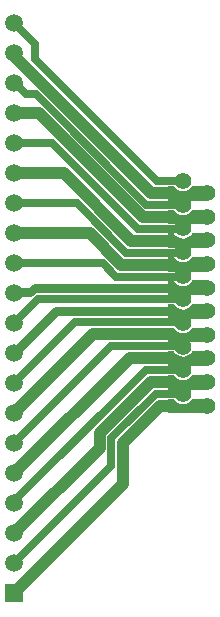
<source format=gbl>
G04*
G04 #@! TF.GenerationSoftware,Altium Limited,Altium Designer,20.1.7 (139)*
G04*
G04 Layer_Physical_Order=2*
G04 Layer_Color=16711680*
%FSLAX25Y25*%
%MOIN*%
G70*
G04*
G04 #@! TF.SameCoordinates,17503974-A5A2-4C32-8372-7ECB8DF3FFA4*
G04*
G04*
G04 #@! TF.FilePolarity,Positive*
G04*
G01*
G75*
%ADD21C,0.02756*%
%ADD22R,0.05906X0.05906*%
%ADD23C,0.05906*%
%ADD24C,0.05512*%
%ADD25C,0.03150*%
%ADD26C,0.03937*%
G36*
X35433Y-2953D02*
X22638Y-2953D01*
Y1969D01*
X24822D01*
X24877Y1836D01*
X25420Y1128D01*
X26127Y586D01*
X26951Y245D01*
X27835Y128D01*
X28719Y245D01*
X29542Y586D01*
X30249Y1128D01*
X30792Y1836D01*
X30847Y1969D01*
X35433D01*
Y-2953D01*
D02*
G37*
G36*
Y4921D02*
X22638Y4921D01*
Y9843D01*
X24822D01*
X24877Y9710D01*
X25420Y9003D01*
X26127Y8460D01*
X26951Y8119D01*
X27835Y8002D01*
X28719Y8119D01*
X29542Y8460D01*
X30249Y9003D01*
X30792Y9710D01*
X30847Y9843D01*
X35433D01*
Y4921D01*
D02*
G37*
G36*
Y12795D02*
X22638Y12795D01*
Y17717D01*
X24822D01*
X24877Y17584D01*
X25420Y16876D01*
X26127Y16334D01*
X26951Y15993D01*
X27835Y15876D01*
X28719Y15993D01*
X29542Y16334D01*
X30249Y16876D01*
X30792Y17584D01*
X30847Y17717D01*
X35433D01*
Y12795D01*
D02*
G37*
G36*
Y20669D02*
X22638Y20669D01*
Y25591D01*
X24822D01*
X24877Y25458D01*
X25420Y24751D01*
X26127Y24208D01*
X26951Y23867D01*
X27835Y23750D01*
X28719Y23867D01*
X29542Y24208D01*
X30249Y24751D01*
X30792Y25458D01*
X30847Y25591D01*
X35433D01*
Y20669D01*
D02*
G37*
G36*
Y28543D02*
X22638Y28543D01*
Y33465D01*
X24822D01*
X24877Y33332D01*
X25420Y32625D01*
X26127Y32082D01*
X26951Y31741D01*
X27835Y31624D01*
X28719Y31741D01*
X29542Y32082D01*
X30249Y32625D01*
X30792Y33332D01*
X30847Y33465D01*
X35433D01*
Y28543D01*
D02*
G37*
G36*
Y36417D02*
X22638Y36417D01*
Y41339D01*
X24822D01*
X24877Y41206D01*
X25420Y40499D01*
X26127Y39956D01*
X26951Y39615D01*
X27835Y39498D01*
X28719Y39615D01*
X29542Y39956D01*
X30249Y40499D01*
X30792Y41206D01*
X30847Y41339D01*
X35433D01*
Y36417D01*
D02*
G37*
G36*
Y44291D02*
X22638Y44291D01*
Y49213D01*
X24822D01*
X24877Y49080D01*
X25420Y48373D01*
X26127Y47830D01*
X26951Y47489D01*
X27835Y47372D01*
X28719Y47489D01*
X29542Y47830D01*
X30249Y48373D01*
X30792Y49080D01*
X30847Y49213D01*
X35433D01*
Y44291D01*
D02*
G37*
G36*
Y52165D02*
X22638Y52165D01*
Y57087D01*
X24822D01*
X24877Y56954D01*
X25420Y56247D01*
X26127Y55704D01*
X26951Y55363D01*
X27835Y55246D01*
X28719Y55363D01*
X29542Y55704D01*
X30249Y56247D01*
X30792Y56954D01*
X30847Y57087D01*
X35433D01*
Y52165D01*
D02*
G37*
G36*
Y60039D02*
X22638Y60039D01*
Y64961D01*
X24822D01*
X24877Y64828D01*
X25420Y64121D01*
X26127Y63578D01*
X26951Y63237D01*
X27835Y63120D01*
X28719Y63237D01*
X29542Y63578D01*
X30249Y64121D01*
X30792Y64828D01*
X30847Y64961D01*
X35433D01*
Y60039D01*
D02*
G37*
G36*
Y67913D02*
X22638Y67913D01*
Y72835D01*
X24822D01*
X24877Y72702D01*
X25420Y71995D01*
X26127Y71452D01*
X26951Y71111D01*
X27835Y70994D01*
X28719Y71111D01*
X29542Y71452D01*
X30249Y71995D01*
X30792Y72702D01*
X30847Y72835D01*
X35433D01*
Y67913D01*
D02*
G37*
D21*
X-20512Y35039D02*
X27835D01*
X-28543Y27008D02*
X-20512Y35039D01*
X27598Y27402D02*
X27835Y27165D01*
X-8150Y27402D02*
X27598D01*
X-28543Y7008D02*
X-8150Y27402D01*
X27677Y19449D02*
X27835Y19291D01*
X3898Y19449D02*
X27677D01*
X-28543Y-12992D02*
X3898Y19449D01*
X-28543Y-32992D02*
Y-32342D01*
X27756Y11496D02*
X27835Y11417D01*
X15295Y11496D02*
X27756D01*
X-28543Y-32342D02*
X15295Y11496D01*
X3898Y-20551D02*
Y-11148D01*
X-28543Y-52992D02*
X3898Y-20551D01*
X18589Y3543D02*
X27835D01*
X3898Y-11148D02*
X18589Y3543D01*
X-28543Y47008D02*
X1082D01*
X27539Y42618D02*
X27835Y42913D01*
X5472Y42618D02*
X27539D01*
X1082Y47008D02*
X5472Y42618D01*
X-28543Y67008D02*
X-7671D01*
X27618Y50571D02*
X27835Y50787D01*
X8766Y50571D02*
X27618D01*
X-7671Y67008D02*
X8766Y50571D01*
X-15860Y87008D02*
X12625Y58524D01*
X27697D01*
X-28543Y87008D02*
X-15860D01*
X27697Y58524D02*
X27835Y58661D01*
X16732Y70866D02*
X17224Y70374D01*
X-28543Y107008D02*
X-28268D01*
X-24606Y103347D01*
X-21372D01*
X15439Y66535D02*
X27835D01*
X-21372Y103347D02*
X15439Y66535D01*
X-28543Y127008D02*
X-21654Y120118D01*
Y115157D02*
Y120118D01*
Y115157D02*
X19094Y74410D01*
X27835D01*
D22*
X-28543Y-62992D02*
D03*
D23*
Y-52992D02*
D03*
Y-42992D02*
D03*
Y-32992D02*
D03*
Y-22992D02*
D03*
Y-12992D02*
D03*
Y-2992D02*
D03*
Y7008D02*
D03*
Y17008D02*
D03*
Y27008D02*
D03*
Y37008D02*
D03*
Y47008D02*
D03*
Y57008D02*
D03*
Y67008D02*
D03*
Y77008D02*
D03*
Y87008D02*
D03*
Y97008D02*
D03*
Y107008D02*
D03*
Y117008D02*
D03*
Y127008D02*
D03*
D24*
X27835Y74410D02*
D03*
X35709Y70473D02*
D03*
X27835Y66535D02*
D03*
X35709Y62598D02*
D03*
X27835Y58661D02*
D03*
X35709Y54724D02*
D03*
X27835Y50787D02*
D03*
X35709Y46850D02*
D03*
X27835Y42913D02*
D03*
X35709Y38976D02*
D03*
X27835Y35039D02*
D03*
X35709Y31102D02*
D03*
X27835Y27165D02*
D03*
X35709Y23228D02*
D03*
X27835Y19291D02*
D03*
X35709Y15354D02*
D03*
X27835Y11417D02*
D03*
X35709Y7480D02*
D03*
X27835Y3543D02*
D03*
X35709Y-394D02*
D03*
D25*
X-28543Y37008D02*
X-28016Y37535D01*
X-23083D01*
X-21740Y38878D01*
X22638D01*
X-14547Y31004D02*
X22638D01*
X-28543Y17008D02*
X-14547Y31004D01*
D26*
X-28543Y-2992D02*
X-2126Y23425D01*
X22638D01*
X-28543Y-22992D02*
X9921Y15473D01*
X22638D01*
X16942Y7520D02*
X22638D01*
X-79Y-9501D02*
X16942Y7520D01*
X-28543Y-42992D02*
X-79Y-14527D01*
Y-9501D01*
X7874Y-12795D02*
X20177Y-492D01*
X22638D01*
X7874Y-26575D02*
Y-12795D01*
X-28543Y-62992D02*
X7874Y-26575D01*
X7119Y46595D02*
X22638D01*
X-3294Y57008D02*
X7119Y46595D01*
X-28543Y57008D02*
X-3294D01*
X10413Y54547D02*
X22638D01*
X-12047Y77008D02*
X10413Y54547D01*
X-28543Y77008D02*
X-12047D01*
X-28543Y97008D02*
X-20236D01*
X14272Y62500D01*
X17224Y70374D02*
X22638D01*
X14272Y62500D02*
X22638D01*
X-28543Y116142D02*
X16732Y70866D01*
M02*

</source>
